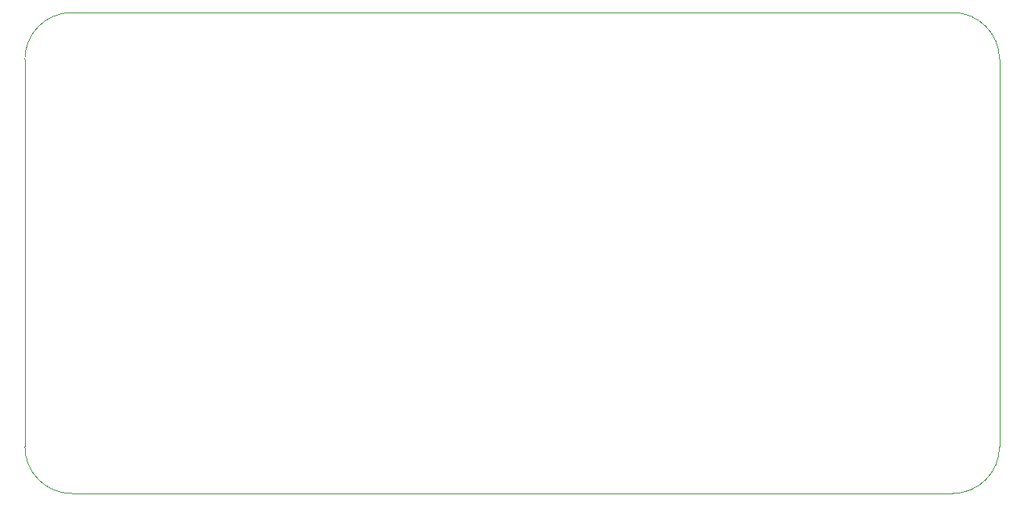
<source format=gm1>
G04 #@! TF.FileFunction,Profile,NP*
%FSLAX46Y46*%
G04 Gerber Fmt 4.6, Leading zero omitted, Abs format (unit mm)*
G04 Created by KiCad (PCBNEW 4.0.7-e2-6376~58~ubuntu16.04.1) date Wed May 16 21:29:31 2018*
%MOMM*%
%LPD*%
G01*
G04 APERTURE LIST*
%ADD10C,0.150000*%
%ADD11C,0.100000*%
G04 APERTURE END LIST*
D10*
D11*
X129540000Y-77470000D02*
G75*
G03X124460000Y-72390000I-5080000J0D01*
G01*
X124460000Y-124460000D02*
G75*
G03X129540000Y-119380000I0J5080000D01*
G01*
X24130000Y-119380000D02*
G75*
G03X29210000Y-124460000I5080000J0D01*
G01*
X29210000Y-72390000D02*
G75*
G03X24130000Y-77470000I0J-5080000D01*
G01*
X24130000Y-119380000D02*
X24130000Y-77470000D01*
X124460000Y-124460000D02*
X29210000Y-124460000D01*
X129540000Y-77470000D02*
X129540000Y-119380000D01*
X29210000Y-72390000D02*
X124460000Y-72390000D01*
M02*

</source>
